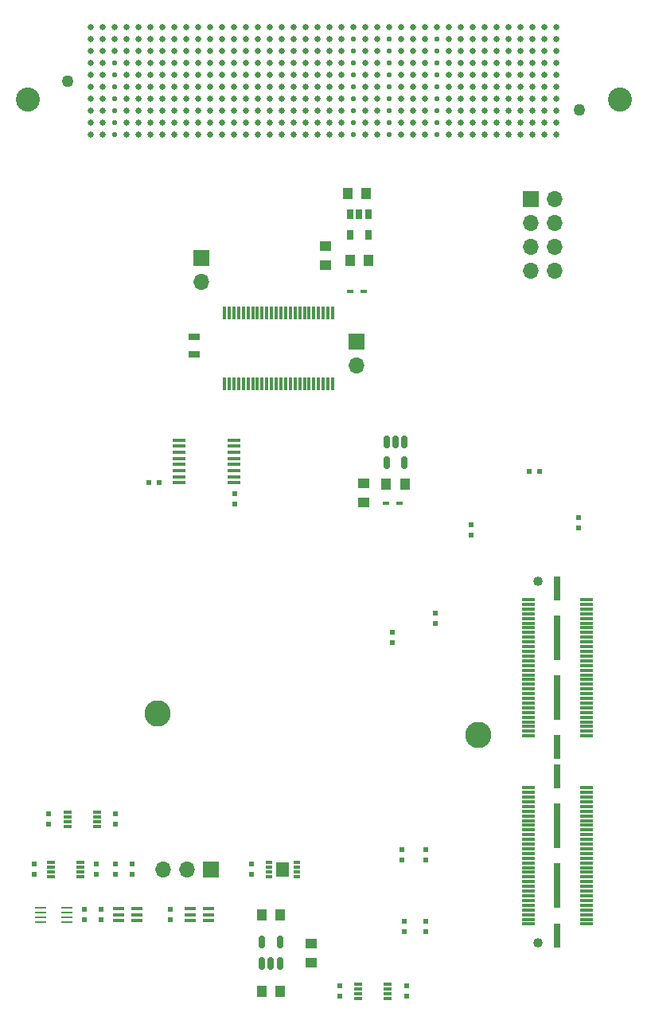
<source format=gbr>
%TF.GenerationSoftware,KiCad,Pcbnew,(6.0.9)*%
%TF.CreationDate,2022-12-19T19:37:01+02:00*%
%TF.ProjectId,FMC_MIPI_v2,464d435f-4d49-4504-995f-76322e6b6963,rev?*%
%TF.SameCoordinates,Original*%
%TF.FileFunction,Soldermask,Bot*%
%TF.FilePolarity,Negative*%
%FSLAX46Y46*%
G04 Gerber Fmt 4.6, Leading zero omitted, Abs format (unit mm)*
G04 Created by KiCad (PCBNEW (6.0.9)) date 2022-12-19 19:37:01*
%MOMM*%
%LPD*%
G01*
G04 APERTURE LIST*
G04 Aperture macros list*
%AMRoundRect*
0 Rectangle with rounded corners*
0 $1 Rounding radius*
0 $2 $3 $4 $5 $6 $7 $8 $9 X,Y pos of 4 corners*
0 Add a 4 corners polygon primitive as box body*
4,1,4,$2,$3,$4,$5,$6,$7,$8,$9,$2,$3,0*
0 Add four circle primitives for the rounded corners*
1,1,$1+$1,$2,$3*
1,1,$1+$1,$4,$5*
1,1,$1+$1,$6,$7*
1,1,$1+$1,$8,$9*
0 Add four rect primitives between the rounded corners*
20,1,$1+$1,$2,$3,$4,$5,0*
20,1,$1+$1,$4,$5,$6,$7,0*
20,1,$1+$1,$6,$7,$8,$9,0*
20,1,$1+$1,$8,$9,$2,$3,0*%
G04 Aperture macros list end*
%ADD10R,1.200000X0.400000*%
%ADD11R,0.300000X1.475000*%
%ADD12R,0.850000X0.300000*%
%ADD13R,0.750000X0.420000*%
%ADD14R,1.700000X1.700000*%
%ADD15O,1.700000X1.700000*%
%ADD16C,2.800000*%
%ADD17R,0.637540X2.540000*%
%ADD18R,0.637540X4.699000*%
%ADD19R,1.447800X0.299720*%
%ADD20C,1.018540*%
%ADD21R,0.600000X0.500000*%
%ADD22R,0.500000X0.600000*%
%ADD23R,1.000000X1.250000*%
%ADD24R,1.250000X1.000000*%
%ADD25R,1.168400X0.254000*%
%ADD26R,0.800000X0.300000*%
%ADD27R,1.400000X1.600000*%
%ADD28RoundRect,0.150000X0.150000X-0.512500X0.150000X0.512500X-0.150000X0.512500X-0.150000X-0.512500X0*%
%ADD29R,1.300000X0.700000*%
%ADD30R,1.475000X0.450000*%
%ADD31C,0.635000*%
%ADD32C,0.558800*%
%ADD33C,2.565400*%
%ADD34C,1.270000*%
%ADD35R,0.650000X1.060000*%
%ADD36RoundRect,0.150000X-0.150000X0.512500X-0.150000X-0.512500X0.150000X-0.512500X0.150000X0.512500X0*%
G04 APERTURE END LIST*
D10*
%TO.C,IC7*%
X110810000Y-129174000D03*
X110810000Y-128524000D03*
X110810000Y-127874000D03*
X112710000Y-127874000D03*
X112710000Y-128524000D03*
X112710000Y-129174000D03*
%TD*%
%TO.C,IC6*%
X103190000Y-129174000D03*
X103190000Y-128524000D03*
X103190000Y-127874000D03*
X105090000Y-127874000D03*
X105090000Y-128524000D03*
X105090000Y-129174000D03*
%TD*%
D11*
%TO.C,U8*%
X114442800Y-64538000D03*
X114942800Y-64538000D03*
X115442800Y-64538000D03*
X115942800Y-64538000D03*
X116442800Y-64538000D03*
X116942800Y-64538000D03*
X117442800Y-64538000D03*
X117942800Y-64538000D03*
X118442800Y-64538000D03*
X118942800Y-64538000D03*
X119442800Y-64538000D03*
X119942800Y-64538000D03*
X120442800Y-64538000D03*
X120942800Y-64538000D03*
X121442800Y-64538000D03*
X121942800Y-64538000D03*
X122442800Y-64538000D03*
X122942800Y-64538000D03*
X123442800Y-64538000D03*
X123942800Y-64538000D03*
X124442800Y-64538000D03*
X124942800Y-64538000D03*
X125442800Y-64538000D03*
X125942800Y-64538000D03*
X125942800Y-72114000D03*
X125442800Y-72114000D03*
X124942800Y-72114000D03*
X124442800Y-72114000D03*
X123942800Y-72114000D03*
X123442800Y-72114000D03*
X122942800Y-72114000D03*
X122442800Y-72114000D03*
X121942800Y-72114000D03*
X121442800Y-72114000D03*
X120942800Y-72114000D03*
X120442800Y-72114000D03*
X119942800Y-72114000D03*
X119442800Y-72114000D03*
X118942800Y-72114000D03*
X118442800Y-72114000D03*
X117942800Y-72114000D03*
X117442800Y-72114000D03*
X116942800Y-72114000D03*
X116442800Y-72114000D03*
X115942800Y-72114000D03*
X115442800Y-72114000D03*
X114942800Y-72114000D03*
X114442800Y-72114000D03*
%TD*%
D12*
%TO.C,IC5*%
X99111000Y-122948000D03*
X99111000Y-123448000D03*
X99111000Y-123948000D03*
X99111000Y-124448000D03*
X95961000Y-124448000D03*
X95961000Y-123948000D03*
X95961000Y-123448000D03*
X95961000Y-122948000D03*
%TD*%
%TO.C,IC4*%
X97739000Y-119114000D03*
X97739000Y-118614000D03*
X97739000Y-118114000D03*
X97739000Y-117614000D03*
X100889000Y-117614000D03*
X100889000Y-118114000D03*
X100889000Y-118614000D03*
X100889000Y-119114000D03*
%TD*%
%TO.C,IC3*%
X128666040Y-137402000D03*
X128666040Y-136902000D03*
X128666040Y-136402000D03*
X128666040Y-135902000D03*
X131816040Y-135902000D03*
X131816040Y-136402000D03*
X131816040Y-136902000D03*
X131816040Y-137402000D03*
%TD*%
D13*
%TO.C,D3*%
X131634000Y-84785200D03*
X133034000Y-84785200D03*
%TD*%
%TO.C,D4*%
X127824000Y-62230000D03*
X129224000Y-62230000D03*
%TD*%
D14*
%TO.C,JP1*%
X113030000Y-123698000D03*
D15*
X110490000Y-123698000D03*
X107950000Y-123698000D03*
%TD*%
D14*
%TO.C,JP2*%
X112014000Y-58674000D03*
D15*
X112014000Y-61214000D03*
%TD*%
D14*
%TO.C,JP3*%
X128524000Y-67564000D03*
D15*
X128524000Y-70104000D03*
%TD*%
D16*
%TO.C,TP1*%
X141427200Y-109423200D03*
%TD*%
D14*
%TO.C,J3*%
X147066000Y-52451000D03*
D15*
X149606000Y-52451000D03*
X147066000Y-54991000D03*
X149606000Y-54991000D03*
X147066000Y-57531000D03*
X149606000Y-57531000D03*
X147066000Y-60071000D03*
X149606000Y-60071000D03*
%TD*%
D16*
%TO.C,TP2*%
X107315000Y-107137200D03*
%TD*%
D17*
%TO.C,J2*%
X149860000Y-130710940D03*
D18*
X149860000Y-125442980D03*
X149860000Y-119092980D03*
D17*
X149860000Y-113822480D03*
X149860000Y-110713520D03*
D18*
X149860000Y-105443020D03*
X149860000Y-99093020D03*
D17*
X149860000Y-93825060D03*
D19*
X152948640Y-129517140D03*
X146771360Y-129517140D03*
X152948640Y-129016760D03*
X146771360Y-129016760D03*
X152948640Y-128516380D03*
X146771360Y-128516380D03*
X152948640Y-128016000D03*
X146771360Y-128016000D03*
X152948640Y-127515620D03*
X146771360Y-127515620D03*
X152948640Y-127017780D03*
X146771360Y-127017780D03*
X152948640Y-126517400D03*
X146771360Y-126517400D03*
X152948640Y-126017020D03*
X146771360Y-126017020D03*
X152948640Y-125516640D03*
X146771360Y-125516640D03*
X152948640Y-125016260D03*
X146771360Y-125016260D03*
X152948640Y-124515880D03*
X146771360Y-124515880D03*
X152948640Y-124015500D03*
X146771360Y-124015500D03*
X152948640Y-123517660D03*
X146771360Y-123517660D03*
X152948640Y-123017280D03*
X146771360Y-123017280D03*
X152948640Y-122516900D03*
X146771360Y-122516900D03*
X152948640Y-122016520D03*
X146771360Y-122016520D03*
X152948640Y-121516140D03*
X146771360Y-121516140D03*
X152948640Y-121015760D03*
X146771360Y-121015760D03*
X152948640Y-120517920D03*
X146771360Y-120517920D03*
X152948640Y-120017540D03*
X146771360Y-120017540D03*
X152948640Y-119517160D03*
X146771360Y-119517160D03*
X152948640Y-119016780D03*
X146771360Y-119016780D03*
X152948640Y-118516400D03*
X146771360Y-118516400D03*
X152948640Y-118016020D03*
X146771360Y-118016020D03*
X152948640Y-117515640D03*
X146771360Y-117515640D03*
X152948640Y-117017800D03*
X146771360Y-117017800D03*
X152948640Y-116517420D03*
X146771360Y-116517420D03*
X152948640Y-116017040D03*
X146771360Y-116017040D03*
X152948640Y-115516660D03*
X146771360Y-115516660D03*
X152948640Y-115016280D03*
X146771360Y-115016280D03*
X152948640Y-109519720D03*
X146771360Y-109519720D03*
X152948640Y-109019340D03*
X146771360Y-109019340D03*
X152948640Y-108518960D03*
X146771360Y-108518960D03*
X152948640Y-108018580D03*
X146771360Y-108018580D03*
X152948640Y-107518200D03*
X146771360Y-107518200D03*
X152948640Y-107020360D03*
X146771360Y-107020360D03*
X152948640Y-106519980D03*
X146771360Y-106519980D03*
X152948640Y-106019600D03*
X146771360Y-106019600D03*
X152948640Y-105519220D03*
X146771360Y-105519220D03*
X152948640Y-105018840D03*
X146771360Y-105018840D03*
X152948640Y-104518460D03*
X146771360Y-104518460D03*
X152948640Y-104018080D03*
X146771360Y-104018080D03*
X152948640Y-103520240D03*
X146771360Y-103520240D03*
X152948640Y-103019860D03*
X146771360Y-103019860D03*
X152948640Y-102519480D03*
X146771360Y-102519480D03*
X152948640Y-102019100D03*
X146771360Y-102019100D03*
X152948640Y-101518720D03*
X146771360Y-101518720D03*
X152948640Y-101018340D03*
X146771360Y-101018340D03*
X152948640Y-100520500D03*
X146771360Y-100520500D03*
X152948640Y-100020120D03*
X146771360Y-100020120D03*
X152948640Y-99519740D03*
X146771360Y-99519740D03*
X152948640Y-99019360D03*
X146771360Y-99019360D03*
X152948640Y-98518980D03*
X146771360Y-98518980D03*
X152948640Y-98018600D03*
X146771360Y-98018600D03*
X152948640Y-97518220D03*
X146771360Y-97518220D03*
X152948640Y-97020380D03*
X146771360Y-97020380D03*
X152948640Y-96520000D03*
X146771360Y-96520000D03*
X152948640Y-96019620D03*
X146771360Y-96019620D03*
X152948640Y-95519240D03*
X146771360Y-95519240D03*
X152948640Y-95018860D03*
X146771360Y-95018860D03*
D20*
X147830540Y-93030040D03*
X147830540Y-131505960D03*
%TD*%
D21*
%TO.C,C21*%
X147997000Y-81407000D03*
X146897000Y-81407000D03*
%TD*%
D22*
%TO.C,C22*%
X152146000Y-86318000D03*
X152146000Y-87418000D03*
%TD*%
%TO.C,C23*%
X140716000Y-87080000D03*
X140716000Y-88180000D03*
%TD*%
%TO.C,C11*%
X126746000Y-136102000D03*
X126746000Y-137202000D03*
%TD*%
%TO.C,C12*%
X133858000Y-137202000D03*
X133858000Y-136102000D03*
%TD*%
%TO.C,C9*%
X133350000Y-122724000D03*
X133350000Y-121624000D03*
%TD*%
%TO.C,C10*%
X133604000Y-129244000D03*
X133604000Y-130344000D03*
%TD*%
%TO.C,C13*%
X135890000Y-129244000D03*
X135890000Y-130344000D03*
%TD*%
%TO.C,C24*%
X135890000Y-122724000D03*
X135890000Y-121624000D03*
%TD*%
%TO.C,C6*%
X102870000Y-123148000D03*
X102870000Y-124248000D03*
%TD*%
D23*
%TO.C,C28*%
X133651500Y-82702400D03*
X131651500Y-82702400D03*
%TD*%
D22*
%TO.C,C20*%
X136906000Y-97578000D03*
X136906000Y-96478000D03*
%TD*%
D24*
%TO.C,C30*%
X129222500Y-84667600D03*
X129222500Y-82667600D03*
%TD*%
D22*
%TO.C,C18*%
X132334000Y-98510000D03*
X132334000Y-99610000D03*
%TD*%
%TO.C,C39*%
X99568000Y-127974000D03*
X99568000Y-129074000D03*
%TD*%
D25*
%TO.C,U2*%
X94894400Y-129274001D03*
X94894400Y-128774000D03*
X94894400Y-128274000D03*
X94894400Y-127773999D03*
X97637600Y-127773999D03*
X97637600Y-128274000D03*
X97637600Y-128774000D03*
X97637600Y-129274001D03*
%TD*%
D22*
%TO.C,C40*%
X108712000Y-127974000D03*
X108712000Y-129074000D03*
%TD*%
%TO.C,C3*%
X117348000Y-123148000D03*
X117348000Y-124248000D03*
%TD*%
%TO.C,C33*%
X102870000Y-118914000D03*
X102870000Y-117814000D03*
%TD*%
%TO.C,C32*%
X95758000Y-117814000D03*
X95758000Y-118914000D03*
%TD*%
%TO.C,C35*%
X94234000Y-123148000D03*
X94234000Y-124248000D03*
%TD*%
D26*
%TO.C,IC2*%
X122100000Y-122948000D03*
X122100000Y-123448000D03*
X122100000Y-123948000D03*
X122100000Y-124448000D03*
X119200000Y-124448000D03*
X119200000Y-123948000D03*
X119200000Y-123448000D03*
X119200000Y-122948000D03*
D27*
X120650000Y-123698000D03*
%TD*%
D22*
%TO.C,C5*%
X104648000Y-123148000D03*
X104648000Y-124248000D03*
%TD*%
%TO.C,C34*%
X100838000Y-124248000D03*
X100838000Y-123148000D03*
%TD*%
D24*
%TO.C,C29*%
X123698000Y-133588000D03*
X123698000Y-131588000D03*
%TD*%
D28*
%TO.C,U1*%
X120330000Y-133725500D03*
X119380000Y-133725500D03*
X118430000Y-133725500D03*
X118430000Y-131450500D03*
X120330000Y-131450500D03*
%TD*%
D23*
%TO.C,C8*%
X118380000Y-128524000D03*
X120380000Y-128524000D03*
%TD*%
%TO.C,C7*%
X118380000Y-136652000D03*
X120380000Y-136652000D03*
%TD*%
D22*
%TO.C,C2*%
X115570000Y-84878000D03*
X115570000Y-83778000D03*
%TD*%
D21*
%TO.C,C1*%
X106384000Y-82550000D03*
X107484000Y-82550000D03*
%TD*%
D29*
%TO.C,R10*%
X111252000Y-67056000D03*
X111252000Y-68956000D03*
%TD*%
D30*
%TO.C,IC1*%
X109596700Y-82602500D03*
X109596700Y-81952500D03*
X109596700Y-81302500D03*
X109596700Y-80652500D03*
X109596700Y-80002500D03*
X109596700Y-79352500D03*
X109596700Y-78702500D03*
X109596700Y-78052500D03*
X115472700Y-78052500D03*
X115472700Y-78702500D03*
X115472700Y-79352500D03*
X115472700Y-80002500D03*
X115472700Y-80652500D03*
X115472700Y-81302500D03*
X115472700Y-81952500D03*
X115472700Y-82602500D03*
%TD*%
D31*
%TO.C,J1*%
X149733000Y-45593000D03*
X148463000Y-45593000D03*
X147193000Y-45593000D03*
X145923000Y-45593000D03*
X144653000Y-45593000D03*
X143383000Y-45593000D03*
X142113000Y-45593000D03*
X140843000Y-45593000D03*
X139573000Y-45593000D03*
X138303000Y-45593000D03*
D32*
X137033000Y-45593000D03*
D31*
X135763000Y-45593000D03*
X134493000Y-45593000D03*
X133223000Y-45593000D03*
D32*
X131953000Y-45593000D03*
D31*
X130683000Y-45593000D03*
X129413000Y-45593000D03*
D32*
X128143000Y-45593000D03*
D31*
X126873000Y-45593000D03*
X125603000Y-45593000D03*
X124333000Y-45593000D03*
X123063000Y-45593000D03*
X121793000Y-45593000D03*
X120523000Y-45593000D03*
X119253000Y-45593000D03*
X117983000Y-45593000D03*
X116713000Y-45593000D03*
X115443000Y-45593000D03*
X114173000Y-45593000D03*
X112903000Y-45593000D03*
X111633000Y-45593000D03*
X110363000Y-45593000D03*
X109093000Y-45593000D03*
X107823000Y-45593000D03*
X106553000Y-45593000D03*
X105283000Y-45593000D03*
X104013000Y-45593000D03*
D32*
X102743000Y-45593000D03*
D31*
X101473000Y-45593000D03*
X100203000Y-45593000D03*
X149733000Y-44323000D03*
X148463000Y-44323000D03*
X147193000Y-44323000D03*
X145923000Y-44323000D03*
X144653000Y-44323000D03*
X143383000Y-44323000D03*
X142113000Y-44323000D03*
X140843000Y-44323000D03*
X139573000Y-44323000D03*
X138303000Y-44323000D03*
D32*
X137033000Y-44323000D03*
D31*
X135763000Y-44323000D03*
X134493000Y-44323000D03*
X133223000Y-44323000D03*
D32*
X131953000Y-44323000D03*
D31*
X130683000Y-44323000D03*
X129413000Y-44323000D03*
D32*
X128143000Y-44323000D03*
D31*
X126873000Y-44323000D03*
X125603000Y-44323000D03*
X124333000Y-44323000D03*
X123063000Y-44323000D03*
X121793000Y-44323000D03*
X120523000Y-44323000D03*
X119253000Y-44323000D03*
X117983000Y-44323000D03*
X116713000Y-44323000D03*
X115443000Y-44323000D03*
X114173000Y-44323000D03*
X112903000Y-44323000D03*
X111633000Y-44323000D03*
X110363000Y-44323000D03*
X109093000Y-44323000D03*
X107823000Y-44323000D03*
X106553000Y-44323000D03*
X105283000Y-44323000D03*
X104013000Y-44323000D03*
D32*
X102743000Y-44323000D03*
D31*
X101473000Y-44323000D03*
X100203000Y-44323000D03*
X149733000Y-43053000D03*
X148463000Y-43053000D03*
X147193000Y-43053000D03*
X145923000Y-43053000D03*
X144653000Y-43053000D03*
X143383000Y-43053000D03*
X142113000Y-43053000D03*
X140843000Y-43053000D03*
X139573000Y-43053000D03*
X138303000Y-43053000D03*
D32*
X137033000Y-43053000D03*
D31*
X135763000Y-43053000D03*
X134493000Y-43053000D03*
X133223000Y-43053000D03*
D32*
X131953000Y-43053000D03*
D31*
X130683000Y-43053000D03*
X129413000Y-43053000D03*
D32*
X128143000Y-43053000D03*
D31*
X126873000Y-43053000D03*
X125603000Y-43053000D03*
X124333000Y-43053000D03*
X123063000Y-43053000D03*
X121793000Y-43053000D03*
X120523000Y-43053000D03*
X119253000Y-43053000D03*
X117983000Y-43053000D03*
X116713000Y-43053000D03*
X115443000Y-43053000D03*
X114173000Y-43053000D03*
X112903000Y-43053000D03*
X111633000Y-43053000D03*
X110363000Y-43053000D03*
X109093000Y-43053000D03*
X107823000Y-43053000D03*
X106553000Y-43053000D03*
X105283000Y-43053000D03*
X104013000Y-43053000D03*
D32*
X102743000Y-43053000D03*
D31*
X101473000Y-43053000D03*
X100203000Y-43053000D03*
X149733000Y-41783000D03*
X148463000Y-41783000D03*
X147193000Y-41783000D03*
X145923000Y-41783000D03*
X144653000Y-41783000D03*
X143383000Y-41783000D03*
X142113000Y-41783000D03*
X140843000Y-41783000D03*
X139573000Y-41783000D03*
X138303000Y-41783000D03*
D32*
X137033000Y-41783000D03*
D31*
X135763000Y-41783000D03*
X134493000Y-41783000D03*
X133223000Y-41783000D03*
D32*
X131953000Y-41783000D03*
D31*
X130683000Y-41783000D03*
X129413000Y-41783000D03*
D32*
X128143000Y-41783000D03*
D31*
X126873000Y-41783000D03*
X125603000Y-41783000D03*
X124333000Y-41783000D03*
X123063000Y-41783000D03*
X121793000Y-41783000D03*
X120523000Y-41783000D03*
X119253000Y-41783000D03*
X117983000Y-41783000D03*
X116713000Y-41783000D03*
X115443000Y-41783000D03*
X114173000Y-41783000D03*
X112903000Y-41783000D03*
X111633000Y-41783000D03*
X110363000Y-41783000D03*
X109093000Y-41783000D03*
X107823000Y-41783000D03*
X106553000Y-41783000D03*
X105283000Y-41783000D03*
X104013000Y-41783000D03*
D32*
X102743000Y-41783000D03*
D31*
X101473000Y-41783000D03*
X100203000Y-41783000D03*
X149733000Y-40513000D03*
X148463000Y-40513000D03*
X147193000Y-40513000D03*
X145923000Y-40513000D03*
X144653000Y-40513000D03*
X143383000Y-40513000D03*
X142113000Y-40513000D03*
X140843000Y-40513000D03*
X139573000Y-40513000D03*
X138303000Y-40513000D03*
D32*
X137033000Y-40513000D03*
D31*
X135763000Y-40513000D03*
X134493000Y-40513000D03*
X133223000Y-40513000D03*
D32*
X131953000Y-40513000D03*
D31*
X130683000Y-40513000D03*
X129413000Y-40513000D03*
D32*
X128143000Y-40513000D03*
D31*
X126873000Y-40513000D03*
X125603000Y-40513000D03*
X124333000Y-40513000D03*
X123063000Y-40513000D03*
X121793000Y-40513000D03*
X120523000Y-40513000D03*
X119253000Y-40513000D03*
X117983000Y-40513000D03*
X116713000Y-40513000D03*
X115443000Y-40513000D03*
X114173000Y-40513000D03*
X112903000Y-40513000D03*
X111633000Y-40513000D03*
X110363000Y-40513000D03*
X109093000Y-40513000D03*
X107823000Y-40513000D03*
X106553000Y-40513000D03*
X105283000Y-40513000D03*
X104013000Y-40513000D03*
D32*
X102743000Y-40513000D03*
D31*
X101473000Y-40513000D03*
X100203000Y-40513000D03*
X149733000Y-39243000D03*
X148463000Y-39243000D03*
X147193000Y-39243000D03*
X145923000Y-39243000D03*
X144653000Y-39243000D03*
X143383000Y-39243000D03*
X142113000Y-39243000D03*
X140843000Y-39243000D03*
X139573000Y-39243000D03*
X138303000Y-39243000D03*
D32*
X137033000Y-39243000D03*
D31*
X135763000Y-39243000D03*
X134493000Y-39243000D03*
X133223000Y-39243000D03*
D32*
X131953000Y-39243000D03*
D31*
X130683000Y-39243000D03*
X129413000Y-39243000D03*
D32*
X128143000Y-39243000D03*
D31*
X126873000Y-39243000D03*
X125603000Y-39243000D03*
X124333000Y-39243000D03*
X123063000Y-39243000D03*
X121793000Y-39243000D03*
X120523000Y-39243000D03*
X119253000Y-39243000D03*
X117983000Y-39243000D03*
X116713000Y-39243000D03*
X115443000Y-39243000D03*
X114173000Y-39243000D03*
X112903000Y-39243000D03*
X111633000Y-39243000D03*
X110363000Y-39243000D03*
X109093000Y-39243000D03*
X107823000Y-39243000D03*
X106553000Y-39243000D03*
X105283000Y-39243000D03*
X104013000Y-39243000D03*
D32*
X102743000Y-39243000D03*
D31*
X101473000Y-39243000D03*
X100203000Y-39243000D03*
X149733000Y-37973000D03*
X148463000Y-37973000D03*
X147193000Y-37973000D03*
X145923000Y-37973000D03*
X144653000Y-37973000D03*
X143383000Y-37973000D03*
X142113000Y-37973000D03*
X140843000Y-37973000D03*
X139573000Y-37973000D03*
X138303000Y-37973000D03*
D32*
X137033000Y-37973000D03*
D31*
X135763000Y-37973000D03*
X134493000Y-37973000D03*
X133223000Y-37973000D03*
D32*
X131953000Y-37973000D03*
D31*
X130683000Y-37973000D03*
X129413000Y-37973000D03*
D32*
X128143000Y-37973000D03*
D31*
X126873000Y-37973000D03*
X125603000Y-37973000D03*
X124333000Y-37973000D03*
X123063000Y-37973000D03*
X121793000Y-37973000D03*
X120523000Y-37973000D03*
X119253000Y-37973000D03*
X117983000Y-37973000D03*
X116713000Y-37973000D03*
X115443000Y-37973000D03*
X114173000Y-37973000D03*
X112903000Y-37973000D03*
X111633000Y-37973000D03*
X110363000Y-37973000D03*
X109093000Y-37973000D03*
X107823000Y-37973000D03*
X106553000Y-37973000D03*
X105283000Y-37973000D03*
X104013000Y-37973000D03*
D32*
X102743000Y-37973000D03*
D31*
X101473000Y-37973000D03*
X100203000Y-37973000D03*
X149733000Y-36703000D03*
X148463000Y-36703000D03*
X147193000Y-36703000D03*
X145923000Y-36703000D03*
X144653000Y-36703000D03*
X143383000Y-36703000D03*
X142113000Y-36703000D03*
X140843000Y-36703000D03*
X139573000Y-36703000D03*
X138303000Y-36703000D03*
D32*
X137033000Y-36703000D03*
D31*
X135763000Y-36703000D03*
X134493000Y-36703000D03*
X133223000Y-36703000D03*
D32*
X131953000Y-36703000D03*
D31*
X130683000Y-36703000D03*
X129413000Y-36703000D03*
D32*
X128143000Y-36703000D03*
D31*
X126873000Y-36703000D03*
X125603000Y-36703000D03*
X124333000Y-36703000D03*
X123063000Y-36703000D03*
X121793000Y-36703000D03*
X120523000Y-36703000D03*
X119253000Y-36703000D03*
X117983000Y-36703000D03*
X116713000Y-36703000D03*
X115443000Y-36703000D03*
X114173000Y-36703000D03*
X112903000Y-36703000D03*
X111633000Y-36703000D03*
X110363000Y-36703000D03*
X109093000Y-36703000D03*
X107823000Y-36703000D03*
X106553000Y-36703000D03*
X105283000Y-36703000D03*
X104013000Y-36703000D03*
X102743000Y-36703000D03*
X101473000Y-36703000D03*
X100203000Y-36703000D03*
X149733000Y-35433000D03*
X148463000Y-35433000D03*
X147193000Y-35433000D03*
X145923000Y-35433000D03*
X144653000Y-35433000D03*
X143383000Y-35433000D03*
X142113000Y-35433000D03*
X140843000Y-35433000D03*
X139573000Y-35433000D03*
X138303000Y-35433000D03*
D32*
X137033000Y-35433000D03*
D31*
X135763000Y-35433000D03*
X134493000Y-35433000D03*
X133223000Y-35433000D03*
D32*
X131953000Y-35433000D03*
D31*
X130683000Y-35433000D03*
X129413000Y-35433000D03*
D32*
X128143000Y-35433000D03*
D31*
X126873000Y-35433000D03*
X125603000Y-35433000D03*
X124333000Y-35433000D03*
X123063000Y-35433000D03*
X121793000Y-35433000D03*
X120523000Y-35433000D03*
X119253000Y-35433000D03*
X117983000Y-35433000D03*
X116713000Y-35433000D03*
X115443000Y-35433000D03*
X114173000Y-35433000D03*
X112903000Y-35433000D03*
X111633000Y-35433000D03*
X110363000Y-35433000D03*
X109093000Y-35433000D03*
X107823000Y-35433000D03*
X106553000Y-35433000D03*
X105283000Y-35433000D03*
X104013000Y-35433000D03*
X102743000Y-35433000D03*
X101473000Y-35433000D03*
X100203000Y-35433000D03*
X149733000Y-34163000D03*
X148463000Y-34163000D03*
X147193000Y-34163000D03*
X145923000Y-34163000D03*
X144653000Y-34163000D03*
X143383000Y-34163000D03*
X142113000Y-34163000D03*
X140843000Y-34163000D03*
X139573000Y-34163000D03*
X138303000Y-34163000D03*
X137033000Y-34163000D03*
X135763000Y-34163000D03*
X134493000Y-34163000D03*
X133223000Y-34163000D03*
X131953000Y-34163000D03*
X130683000Y-34163000D03*
X129413000Y-34163000D03*
X128143000Y-34163000D03*
X126873000Y-34163000D03*
X125603000Y-34163000D03*
X124333000Y-34163000D03*
X123063000Y-34163000D03*
X121793000Y-34163000D03*
X120523000Y-34163000D03*
X119253000Y-34163000D03*
X117983000Y-34163000D03*
X116713000Y-34163000D03*
X115443000Y-34163000D03*
X114173000Y-34163000D03*
X112903000Y-34163000D03*
X111633000Y-34163000D03*
X110363000Y-34163000D03*
X109093000Y-34163000D03*
X107823000Y-34163000D03*
X106553000Y-34163000D03*
X105283000Y-34163000D03*
X104013000Y-34163000D03*
X102743000Y-34163000D03*
X101473000Y-34163000D03*
X100203000Y-34163000D03*
D33*
X156476700Y-41884600D03*
D34*
X152158700Y-42926000D03*
X97777300Y-39878000D03*
D33*
X93477334Y-41884600D03*
%TD*%
D23*
%TO.C,C26*%
X129778000Y-58928000D03*
X127778000Y-58928000D03*
%TD*%
D35*
%TO.C,U4*%
X127828000Y-54018000D03*
X128778000Y-54018000D03*
X129728000Y-54018000D03*
X129728000Y-56218000D03*
X127828000Y-56218000D03*
%TD*%
D24*
%TO.C,C31*%
X125222000Y-59420000D03*
X125222000Y-57420000D03*
%TD*%
D23*
%TO.C,C25*%
X129524000Y-51816000D03*
X127524000Y-51816000D03*
%TD*%
D22*
%TO.C,C36*%
X101346000Y-127974000D03*
X101346000Y-129074000D03*
%TD*%
D36*
%TO.C,U7*%
X131672301Y-78217499D03*
X132622301Y-78217499D03*
X133572301Y-78217499D03*
X133572301Y-80492499D03*
X131672301Y-80492499D03*
%TD*%
M02*

</source>
